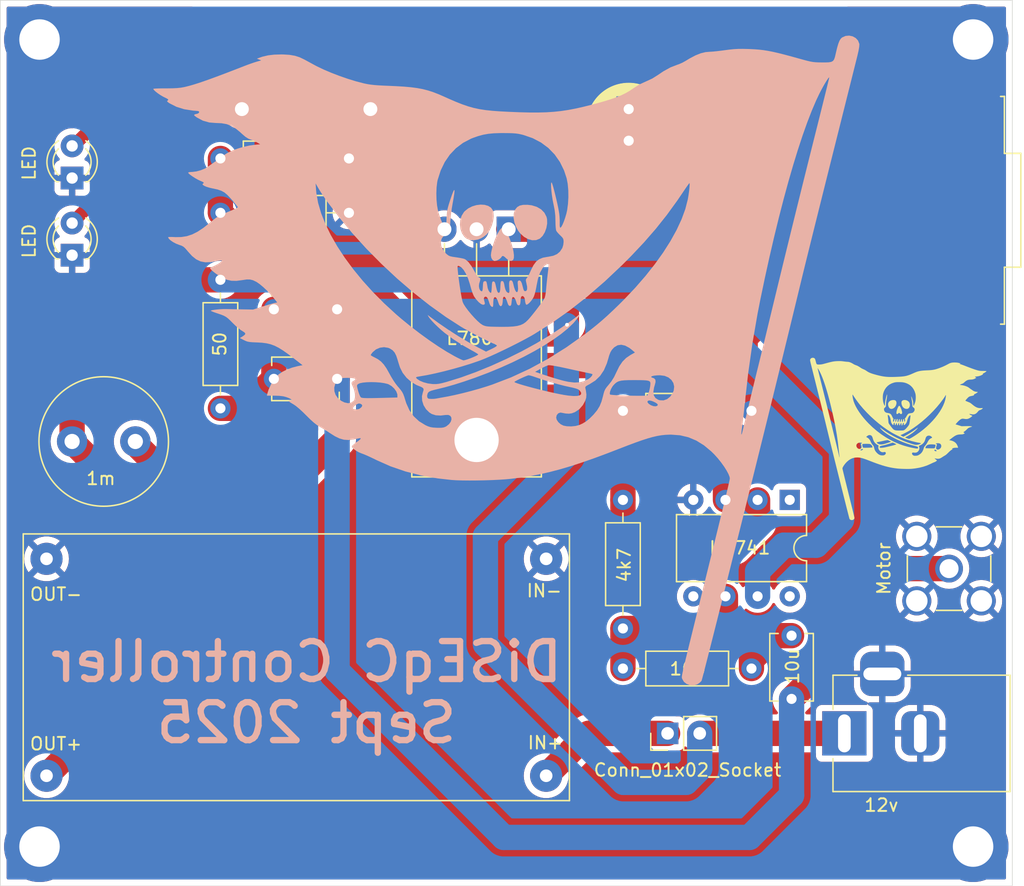
<source format=kicad_pcb>
(kicad_pcb (version 20240108) (generator "pcbnew") (generator_version "8.0")
  (layers (0 "F.Cu" signal) (31 "B.Cu" signal) (34 "B.Paste" user) (35 "F.Paste" user) (36 "B.SilkS" user "B.Silkscreen") (37 "F.SilkS" user "F.Silkscreen") (38 "B.Mask" user) (39 "F.Mask" user) (44 "Edge.Cuts" user))
  (net 0 "")
  (net 3 "GND")
  (net 8 "5v")
  (net 9 "Net-(A1-G8-LED)")
  (net 11 "3.3v")
  (net 15 "D0")
  (net 16 "Net-(J1-In)")
  (net 17 "12v")
  (net 18 "24v")
  (net 19 "Net-(U1-+)")
  (net 20 "Net-(U1--)")
  (net 21 "Net-(R4-Pad2)")
  (net 22 "Net-(C3-Pad2)")
  (net 23 "Net-(C4-Pad2)")
  (net 27 "Net-(A1-G9)")
  (net 28 "Net-(MOT_PWR1-Pin_1)")
  (net 29 "Net-(D1-A)")
  (footprint "MountingHole:MountingHole_3.2mm_M3_DIN965_Pad" (layer "F.Cu") (at 91.925 118.8)
    (property "Reference" "H4" (hide yes))
    (property "Value" "MountingHole_Pad" (hide yes))
    (pad "1" thru_hole circle (at 0 0) (size 5.6 5.6) (drill 3.2) (layers "*.Cu" "*.Mask") (net 3 "GND"))
  )
  (footprint "Diode_THT:D_DO-41_SOD81_P10.16mm_Horizontal" (layer "F.Cu") (at 118.08 60.5 180)
    (property "Reference" "D1" (hide yes))
    (property "Value" "1N5819" (hide yes))
    (pad "1" thru_hole rect (at 0 0 180) (size 2.2 2.2) (drill 1.1) (layers "*.Cu" "*.Mask") (net 8 "5v"))
    (pad "2" thru_hole oval (at 10.16 0 180) (size 2.2 2.2) (drill 1.1) (layers "*.Cu" "*.Mask") (net 29 "Net-(D1-A)"))
  )
  (footprint "Footprints:SMA_Conn" (layer "F.Cu") (at 163.825 96.825 -90)
    (property "Reference" "J1" (hide yes))
    (property "Value" "Motor" (at 0.000001 5.15 90) (layer "F.SilkS"))
    (pad "1" thru_hole circle (at 0 0 270) (size 2.2 2.2) (drill 1.5) (layers "*.Cu" "*.Mask") (net 16 "Net-(J1-In)"))
    (pad "2" thru_hole circle (at -2.55 -2.55 270) (size 2.3 2.3) (drill 1.7) (layers "*.Cu" "*.Mask") (net 3 "GND"))
    (pad "2" thru_hole circle (at -2.55 2.55 270) (size 2.3 2.3) (drill 1.7) (layers "*.Cu" "*.Mask") (net 3 "GND"))
    (pad "2" thru_hole circle (at 2.55 -2.55 270) (size 2.3 2.3) (drill 1.7) (layers "*.Cu" "*.Mask") (net 3 "GND"))
    (pad "2" thru_hole circle (at 2.55 2.55 270) (size 2.3 2.3) (drill 1.7) (layers "*.Cu" "*.Mask") (net 3 "GND"))
  )
  (footprint "Resistor_THT:R_Axial_DIN0207_L6.3mm_D2.5mm_P10.16mm_Horizontal" (layer "F.Cu") (at 148.205 84.35 180)
    (property "Reference" "R3" (hide yes))
    (property "Value" "4k7" (at 5.38 0 0) (layer "F.SilkS"))
    (pad "1" thru_hole circle (at 0 0 180) (size 1.6 1.6) (drill 0.8) (layers "*.Cu" "*.Mask") (net 15 "D0"))
    (pad "2" thru_hole oval (at 10.16 0 180) (size 1.6 1.6) (drill 0.8) (layers "*.Cu" "*.Mask") (net 20 "Net-(U1--)"))
  )
  (footprint "MountingHole:MountingHole_3.2mm_M3_DIN965_Pad" (layer "F.Cu") (at 91.925 55)
    (property "Reference" "H1" (hide yes))
    (property "Value" "MountingHole_Pad" (hide yes))
    (pad "1" thru_hole circle (at 0 0) (size 5.6 5.6) (drill 3.2) (layers "*.Cu" "*.Mask") (net 3 "GND"))
  )
  (footprint "Resistor_THT:R_Axial_DIN0207_L6.3mm_D2.5mm_P10.16mm_Horizontal" (layer "F.Cu") (at 106.225 73.995 -90)
    (property "Reference" "R6" (hide yes))
    (property "Value" "50" (at 5.08 0.05 90) (layer "F.SilkS"))
    (pad "1" thru_hole circle (at 0 0 270) (size 1.6 1.6) (drill 0.8) (layers "*.Cu" "*.Mask") (net 18 "24v"))
    (pad "2" thru_hole oval (at 10.16 0 270) (size 1.6 1.6) (drill 0.8) (layers "*.Cu" "*.Mask") (net 23 "Net-(C4-Pad2)"))
  )
  (footprint "MountingHole:MountingHole_3.2mm_M3_DIN965_Pad" (layer "F.Cu") (at 165.725 55)
    (property "Reference" "H3" (hide yes))
    (property "Value" "MountingHole_Pad" (hide yes))
    (pad "1" thru_hole circle (at 0 0) (size 5.6 5.6) (drill 3.2) (layers "*.Cu" "*.Mask") (net 3 "GND"))
  )
  (footprint "Resistor_THT:R_Axial_DIN0207_L6.3mm_D2.5mm_P10.16mm_Horizontal" (layer "F.Cu") (at 116.385 64.4 180)
    (property "Reference" "R1" (hide yes))
    (property "Value" "4k7" (at 5.105 0 0) (layer "F.SilkS"))
    (pad "1" thru_hole circle (at 0 0 180) (size 1.6 1.6) (drill 0.8) (layers "*.Cu" "*.Mask") (net 11 "3.3v"))
    (pad "2" thru_hole oval (at 10.16 0 180) (size 1.6 1.6) (drill 0.8) (layers "*.Cu" "*.Mask") (net 19 "Net-(U1-+)"))
  )
  (footprint "Package_DIP:DIP-8_W7.62mm" (layer "F.Cu") (at 151.23 91.395 -90)
    (property "Reference" "U1" (hide yes))
    (property "Value" "LM741" (at 3.795 3.945 0) (layer "F.SilkS"))
    (pad "1" thru_hole rect (at 0 0 270) (size 1.6 1.6) (drill 0.8) (layers "*.Cu" "*.Mask"))
    (pad "2" thru_hole oval (at 0 2.54 270) (size 1.6 1.6) (drill 0.8) (layers "*.Cu" "*.Mask") (net 20 "Net-(U1--)"))
    (pad "3" thru_hole oval (at 0 5.08 270) (size 1.6 1.6) (drill 0.8) (layers "*.Cu" "*.Mask") (net 19 "Net-(U1-+)"))
    (pad "4" thru_hole oval (at 0 7.62 270) (size 1.6 1.6) (drill 0.8) (layers "*.Cu" "*.Mask") (net 3 "GND"))
    (pad "5" thru_hole oval (at 7.62 7.62 270) (size 1.6 1.6) (drill 0.8) (layers "*.Cu" "*.Mask"))
    (pad "6" thru_hole oval (at 7.62 5.08 270) (size 1.6 1.6) (drill 0.8) (layers "*.Cu" "*.Mask") (net 21 "Net-(R4-Pad2)"))
    (pad "7" thru_hole oval (at 7.62 2.54 270) (size 1.6 1.6) (drill 0.8) (layers "*.Cu" "*.Mask") (net 18 "24v"))
    (pad "8" thru_hole oval (at 7.62 0 270) (size 1.6 1.6) (drill 0.8) (layers "*.Cu" "*.Mask"))
  )
  (footprint "Capacitor_THT:C_Disc_D5.1mm_W3.2mm_P5.00mm" (layer "F.Cu") (at 115.45 76.325 180)
    (property "Reference" "C4" (hide yes))
    (property "Value" "4.7n" (at 2.55 0.075 0) (layer "F.SilkS"))
    (pad "1" thru_hole circle (at 0 0 180) (size 1.6 1.6) (drill 0.8) (layers "*.Cu" "*.Mask") (net 16 "Net-(J1-In)"))
    (pad "2" thru_hole circle (at 5 0 180) (size 1.6 1.6) (drill 0.8) (layers "*.Cu" "*.Mask") (net 23 "Net-(C4-Pad2)"))
  )
  (footprint "Resistor_THT:R_Axial_DIN0207_L6.3mm_D2.5mm_P10.16mm_Horizontal" (layer "F.Cu") (at 138.045 104.725)
    (property "Reference" "R5" (hide yes))
    (property "Value" "100" (at 5.13 0.025 0) (layer "F.SilkS"))
    (pad "1" thru_hole circle (at 0 0) (size 1.6 1.6) (drill 0.8) (layers "*.Cu" "*.Mask") (net 21 "Net-(R4-Pad2)"))
    (pad "2" thru_hole oval (at 10.16 0) (size 1.6 1.6) (drill 0.8) (layers "*.Cu" "*.Mask") (net 22 "Net-(C3-Pad2)"))
  )
  (footprint "Footprints:PW BarrelJack" (layer "F.Cu") (at 155.55 109.85 180)
    (property "Reference" "PWR1" (hide yes))
    (property "Value" "Conn_01x02_Socket" (hide yes))
    (fp_text user "12v" (at -2.925 -5.675 180) (layer "F.SilkS"))
    (pad "1" thru_hole roundrect (at -6 0 180) (size 3 3.5) (drill oval 1 3) (layers "*.Cu" "*.Mask") (net 3 "GND"))
    (pad "1" thru_hole roundrect (at -3 4.7 180) (size 3.5 3.5) (drill oval 3 1) (layers "*.Cu" "*.Mask") (net 3 "GND"))
    (pad "2" thru_hole rect (at 0 0 180) (size 3.5 3.5) (drill oval 1 3) (layers "*.Cu" "*.Mask") (net 17 "12v"))
  )
  (footprint "Resistor_THT:R_Axial_DIN0207_L6.3mm_D2.5mm_P10.16mm_Horizontal" (layer "F.Cu") (at 116.385 68.7 180)
    (property "Reference" "R2" (hide yes))
    (property "Value" "4k7" (at 5.155 -0.025 0) (layer "F.SilkS"))
    (pad "1" thru_hole circle (at 0 0 180) (size 1.6 1.6) (drill 0.8) (layers "*.Cu" "*.Mask") (net 3 "GND"))
    (pad "2" thru_hole oval (at 10.16 0 180) (size 1.6 1.6) (drill 0.8) (layers "*.Cu" "*.Mask") (net 19 "Net-(U1-+)"))
  )
  (footprint "LED_THT:LED_D3.0mm" (layer "F.Cu") (at 94.5 65.95 90)
    (property "Reference" "LED_S1" (hide yes))
    (property "Value" "LED" (at 1.175 -3.4 90) (layer "F.SilkS"))
    (pad "1" thru_hole rect (at 0 0 90) (size 1.8 1.8) (drill 0.9) (layers "*.Cu" "*.Mask") (net 3 "GND"))
    (pad "2" thru_hole circle (at 2.54 0 90) (size 1.8 1.8) (drill 0.9) (layers "*.Cu" "*.Mask") (net 9 "Net-(A1-G8-LED)"))
  )
  (footprint "LED_THT:LED_D3.0mm" (layer "F.Cu") (at 94.5 72.05 90)
    (property "Reference" "LED_M1" (hide yes))
    (property "Value" "LED" (at 1.125 -3.4 90) (layer "F.SilkS"))
    (pad "1" thru_hole rect (at 0 0 90) (size 1.8 1.8) (drill 0.9) (layers "*.Cu" "*.Mask") (net 3 "GND"))
    (pad "2" thru_hole circle (at 2.54 0 90) (size 1.8 1.8) (drill 0.9) (layers "*.Cu" "*.Mask") (net 27 "Net-(A1-G9)"))
  )
  (footprint "Footprints:StepUp" (layer "F.Cu") (at 133.816 94.083 180)
    (property "Reference" "U3" (hide yes))
    (property "Value" "StepUp" (hide yes))
    (fp_text user "OUT-" (at 40.591 -4.767 0) (layer "F.SilkS"))
    (fp_text user "IN-" (at 1.991 -4.492 0) (layer "F.SilkS"))
    (fp_text user "IN+" (at 1.905 -16.51 0) (layer "F.SilkS"))
    (fp_text user "OUT+" (at 40.591 -16.592 0) (layer "F.SilkS"))
    (pad "1" thru_hole circle (at 1.8415 -19.1165 180) (size 2.54 2.54) (drill 1) (layers "*.Cu" "*.Mask") (net 28 "Net-(MOT_PWR1-Pin_1)"))
    (pad "2" thru_hole circle (at 1.8415 -1.9685 180) (size 2.54 2.54) (drill 1) (layers "*.Cu" "*.Mask") (net 3 "GND"))
    (pad "2" thru_hole circle (at 41.3385 -1.9685 180) (size 2.54 2.54) (drill 1) (layers "*.Cu" "*.Mask") (net 3 "GND"))
    (pad "3" thru_hole circle (at 41.3385 -19.1165 180) (size 2.54 2.54) (drill 1) (layers "*.Cu" "*.Mask") (net 18 "24v"))
  )
  (footprint "LOGO" (layer "F.Cu") (at 160 86.5)
    (property "Reference" "G***" (hide yes))
    (property "Value" "LOGO" (hide yes))
  )
  (footprint "Capacitor_THT:C_Disc_D5.1mm_W3.2mm_P5.00mm" (layer "F.Cu") (at 115.45 81.825 180)
    (property "Reference" "C5" (hide yes))
    (property "Value" "47n" (at 2.55 0.025 0) (layer "F.SilkS"))
    (pad "1" thru_hole circle (at 0 0 180) (size 1.6 1.6) (drill 0.8) (layers "*.Cu" "*.Mask") (net 16 "Net-(J1-In)"))
    (pad "2" thru_hole circle (at 5 0 180) (size 1.6 1.6) (drill 0.8) (layers "*.Cu" "*.Mask") (net 23 "Net-(C4-Pad2)"))
  )
  (footprint "Inductor_THT:L_Radial_D10.0mm_P5.00mm_Neosid_SD12k_style3" (layer "F.Cu") (at 94.5 86.775)
    (property "Reference" "L1" (hide yes))
    (property "Value" "1m" (at 2.275 2.925 0) (layer "F.SilkS"))
    (pad "1" thru_hole circle (at 0 0) (size 2.4 2.4) (drill 1.2) (layers "*.Cu" "*.Mask") (net 18 "24v"))
    (pad "2" thru_hole circle (at 5 0) (size 2.4 2.4) (drill 1.2) (layers "*.Cu" "*.Mask") (net 16 "Net-(J1-In)"))
  )
  (footprint "Resistor_THT:R_Axial_DIN0207_L6.3mm_D2.5mm_P10.16mm_Horizontal" (layer "F.Cu") (at 138.045 91.395 -90)
    (property "Reference" "R4" (hide yes))
    (property "Value" "4k7" (at 5.155 -0.1 90) (layer "F.SilkS"))
    (pad "1" thru_hole circle (at 0 0 270) (size 1.6 1.6) (drill 0.8) (layers "*.Cu" "*.Mask") (net 20 "Net-(U1--)"))
    (pad "2" thru_hole oval (at 10.16 0 270) (size 1.6 1.6) (drill 0.8) (layers "*.Cu" "*.Mask") (net 21 "Net-(R4-Pad2)"))
  )
  (footprint "Capacitor_THT:CP_Radial_D6.3mm_P2.50mm" (layer "F.Cu") (at 138.5 63 90)
    (property "Reference" "C1" (hide yes))
    (property "Value" "10u")
    (pad "1" thru_hole rect (at 0 0 90) (size 1.6 1.6) (drill 0.8) (layers "*.Cu" "*.Mask") (net 8 "5v"))
    (pad "2" thru_hole circle (at 2.5 0 90) (size 1.6 1.6) (drill 0.8) (layers "*.Cu" "*.Mask") (net 3 "GND"))
  )
  (footprint "Capacitor_THT:C_Disc_D5.1mm_W3.2mm_P5.00mm" (layer "F.Cu") (at 151.375 107.125 90)
    (property "Reference" "C3" (hide yes))
    (property "Value" "10u" (at 2.575 0.075 90) (layer "F.SilkS"))
    (pad "1" thru_hole circle (at 0 0 90) (size 1.6 1.6) (drill 0.8) (layers "*.Cu" "*.Mask") (net 16 "Net-(J1-In)"))
    (pad "2" thru_hole circle (at 5 0 90) (size 1.6 1.6) (drill 0.8) (layers "*.Cu" "*.Mask") (net 22 "Net-(C3-Pad2)"))
  )
  (footprint "Package_TO_SOT_THT:TO-220-3_Horizontal_TabDown" (layer "F.Cu") (at 129.015 69.995 180)
    (property "Reference" "U2" (hide yes))
    (property "Value" "L7805" (at 2.615 -8.63 0) (layer "F.SilkS"))
    (pad "" np_thru_hole oval (at 2.54 -16.66 180) (size 3.5 3.5) (drill 3.5) (layers "*.Cu" "*.Mask"))
    (pad "1" thru_hole rect (at 0 0 180) (size 1.905 2) (drill 1.1) (layers "*.Cu" "*.Mask") (net 17 "12v"))
    (pad "2" thru_hole oval (at 2.54 0 180) (size 1.905 2) (drill 1.1) (layers "*.Cu" "*.Mask") (net 3 "GND"))
    (pad "3" thru_hole oval (at 5.08 0 180) (size 1.905 2) (drill 1.1) (layers "*.Cu" "*.Mask") (net 29 "Net-(D1-A)"))
  )
  (footprint "Footprints:ESP32SuperMini_smd" (layer "F.Cu") (at 156.85 68.5 -90)
    (property "Reference" "A1" (hide yes))
    (property "Value" "ESP32 C3 SuperMini" (hide yes))
    (pad "1" smd rect (at -7.985 -9.9 270) (size 3.025 1.524) (layers "F.Cu" "F.Paste" "F.Mask"))
    (pad "2" smd rect (at -7.985 -7.36 270) (size 3.025 1.524) (layers "F.Cu" "F.Paste" "F.Mask"))
    (pad "3" smd rect (at -7.985 -4.82 270) (size 3.025 1.524) (layers "F.Cu" "F.Paste" "F.Mask"))
    (pad "4" smd rect (at -7.985 -2.28 270) (size 3.025 1.524) (layers "F.Cu" "F.Paste" "F.Mask") (net 9 "Net-(A1-G8-LED)"))
    (pad "5" smd rect (at -7.985 0.26 270) (size 3.025 1.524) (layers "F.Cu" "F.Paste" "F.Mask") (net 27 "Net-(A1-G9)"))
    (pad "6" smd rect (at -7.985 2.8 270) (size 3.025 1.524) (layers "F.Cu" "F.Paste" "F.Mask"))
    (pad "7" smd rect (at -7.985 5.34 270) (size 3.025 1.524) (layers "F.Cu" "F.Paste" "F.Mask"))
    (pad "8" smd rect (at -7.985 7.88 270) (size 3.025 1.524) (layers "F.Cu" "F.Paste" "F.Mask"))
    (pad "9" smd rect (at 7.985 -9.9 270) (size 3.025 1.524) (layers "F.Cu" "F.Paste" "F.Mask") (net 8 "5v"))
    (pad "10" smd rect (at 7.985 -7.36 270) (size 3.025 1.524) (layers "F.Cu" "F.Paste" "F.Mask") (net 3 "GND"))
    (pad "11" smd rect (at 7.985 -4.82 270) (size 3.025 1.524) (layers "F.Cu" "F.Paste" "F.Mask") (net 11 "3.3v"))
    (pad "12" smd rect (at 7.985 -2.28 270) (size 3.025 1.524) (layers "F.Cu" "F.Paste" "F.Mask"))
    (pad "13" smd rect (at 7.985 0.26 270) (size 3.025 1.524) (layers "F.Cu" "F.Paste" "F.Mask"))
    (pad "14" smd rect (at 7.985 2.8 270) (size 3.025 1.524) (layers "F.Cu" "F.Paste" "F.Mask"))
    (pad "15" smd rect (at 7.985 5.34 270) (size 3.025 1.524) (layers "F.Cu" "F.Paste" "F.Mask"))
    (pad "16" smd rect (at 7.985 7.88 270) (size 3.025 1.524) (layers "F.Cu" "F.Paste" "F.Mask") (net 15 "D0"))
  )
  (footprint "MountingHole:MountingHole_3.2mm_M3_DIN965_Pad" (layer "F.Cu") (at 165.725 118.8)
    (property "Reference" "H2" (hide yes))
    (property "Value" "MountingHole_Pad" (hide yes))
    (pad "1" thru_hole circle (at 0 0) (size 5.6 5.6) (drill 3.2) (layers "*.Cu" "*.Mask") (net 3 "GND"))
  )
  (footprint "Connector_PinHeader_2.54mm:PinHeader_1x02_P2.54mm_Vertical" (layer "F.Cu") (at 141.575 109.85 90)
    (property "Reference" "MOT_PWR1" (hide yes))
    (property "Value" "Conn_01x02_Socket" (at -2.9 1.575 180) (layer "F.SilkS"))
    (pad "1" thru_hole rect (at 0 0 90) (size 1.7 1.7) (drill 1) (layers "*.Cu" "*.Mask") (net 28 "Net-(MOT_PWR1-Pin_1)"))
    (pad "2" thru_hole oval (at 0 2.54 90) (size 1.7 1.7) (drill 1) (layers "*.Cu" "*.Mask") (net 17 "12v"))
  )
  (footprint "LOGO" (layer "B.Cu") (at 128.07429 80.075 180)
    (property "Reference" "G***" (hide yes))
    (property "Value" "LOGO" (hide yes))
  )
  (gr_rect (start 88.825 51.9) (end 168.825 121.9) (stroke (width 0.05)) (fill none) (layer "Edge.Cuts"))
  (gr_text "DiSEqC Controller\nSept 2025" (at 113.025 110.775 0) (layer "B.SilkS") (effects (font (size 3 3) (thickness 0.5) (bold yes)) (justify bottom mirror)))
  (segment (start 132.5 60.5) (end 135 63) (width 1) (layer "F.Cu") (net 8))
  (segment (start 159.375 66) (end 166.75 73.375) (width 1) (layer "F.Cu") (net 8))
  (segment (start 138.5 63) (end 141.5 66) (width 1) (layer "F.Cu") (net 8))
  (segment (start 135 63) (end 138.5 63) (width 1) (layer "F.Cu") (net 8))
  (segment (start 166.75 73.375) (end 166.75 76.485) (width 1) (layer "F.Cu") (net 8))
  (segment (start 120.08 60.5) (end 132.5 60.5) (width 1) (layer "F.Cu") (net 8))
  (segment (start 141.5 66) (end 159.375 66) (width 1) (layer "F.Cu") (net 8))
  (segment (start 159.13 57.355) (end 155.275 53.5) (width 1) (layer "F.Cu") (net 9))
  (segment (start 159.13 60.515) (end 159.13 57.355) (width 1) (layer "F.Cu") (net 9))
  (segment (start 94.615 63.41) (end 94.5 63.41) (width 1) (layer "F.Cu") (net 9))
  (segment (start 155.275 53.5) (end 104.525 53.5) (width 1) (layer "F.Cu") (net 9))
  (segment (start 104.525 53.5) (end 94.615 63.41) (width 1) (layer "F.Cu") (net 9))
  (segment (start 130.45 64.4) (end 135.875 69.825) (width 1) (layer "F.Cu") (net 11))
  (segment (start 161.67 73.72) (end 161.67 76.485) (width 1) (layer "F.Cu") (net 11))
  (segment (start 135.875 69.825) (end 157.775 69.825) (width 1) (layer "F.Cu") (net 11))
  (segment (start 116.385 64.4) (end 130.45 64.4) (width 1) (layer "F.Cu") (net 11))
  (segment (start 157.775 69.825) (end 161.67 73.72) (width 1) (layer "F.Cu") (net 11))
  (segment (start 148.205 78.795) (end 148.205 84.35) (width 1) (layer "F.Cu") (net 15))
  (segment (start 148.975 78.025) (end 148.205 78.795) (width 1) (layer "F.Cu") (net 15))
  (segment (start 148.97 76.485) (end 148.975 76.49) (width 1) (layer "F.Cu") (net 15))
  (segment (start 148.975 76.49) (end 148.975 78.025) (width 1) (layer "F.Cu") (net 15))
  (segment (start 115.45 86.55) (end 115.45 81.825) (width 2) (layer "F.Cu") (net 16))
  (segment (start 102.75 90.2) (end 111.8 90.2) (width 2) (layer "F.Cu") (net 16))
  (segment (start 154.9 103.6) (end 154.9 98.45) (width 2) (layer "F.Cu") (net 16))
  (segment (start 99.5 86.775) (end 99.5 86.95) (width 2) (layer "F.Cu") (net 16))
  (segment (start 151.375 107.125) (end 154.9 103.6) (width 2) (layer "F.Cu") (net 16))
  (segment (start 154.9 98.45) (end 156.525 96.825) (width 2) (layer "F.Cu") (net 16))
  (segment (start 111.8 90.2) (end 115.45 86.55) (width 2) (layer "F.Cu") (net 16))
  (segment (start 115.45 76.325) (end 115.45 81.825) (width 2) (layer "F.Cu") (net 16))
  (segment (start 99.5 86.95) (end 102.75 90.2) (width 2) (layer "F.Cu") (net 16))
  (segment (start 156.525 96.825) (end 163.825 96.825) (width 2) (layer "F.Cu") (net 16))
  (segment (start 115.45 81.825) (end 115.45 104.9) (width 2) (layer "B.Cu") (net 16))
  (segment (start 115.45 104.9) (end 128.625 118.075) (width 2) (layer "B.Cu") (net 16))
  (segment (start 151.375 114.75) (end 151.375 107.125) (width 2) (layer "B.Cu") (net 16))
  (segment (start 148.05 118.075) (end 151.375 114.75) (width 2) (layer "B.Cu") (net 16))
  (segment (start 128.625 118.075) (end 148.05 118.075) (width 2) (layer "B.Cu") (net 16))
  (segment (start 129.015 69.995) (end 130.845 69.995) (width 2) (layer "F.Cu") (net 17))
  (segment (start 155.55 109.85) (end 144.115 109.85) (width 2) (layer "F.Cu") (net 17))
  (segment (start 130.845 69.995) (end 133.575 72.725) (width 2) (layer "F.Cu") (net 17))
  (segment (start 133.575 72.725) (end 133.575 77.5) (width 2) (layer "F.Cu") (net 17))
  (via (at 133.625 77.55) (size 0.6) (drill 0.3) (layers "F.Cu" "B.Cu") (net 17))
  (segment (start 143.025 113.725) (end 144.115 112.635) (width 2) (layer "B.Cu") (net 17))
  (segment (start 127.175 102.8) (end 138.1 113.725) (width 2) (layer "B.Cu") (net 17))
  (segment (start 138.1 113.725) (end 143.025 113.725) (width 2) (layer "B.Cu") (net 17))
  (segment (start 127.175 94.25) (end 127.175 102.8) (width 2) (layer "B.Cu") (net 17))
  (segment (start 144.115 112.635) (end 144.115 109.85) (width 2) (layer "B.Cu") (net 17))
  (segment (start 133.575 87.85) (end 127.175 94.25) (width 2) (layer "B.Cu") (net 17))
  (segment (start 133.575 77.6) (end 133.575 87.85) (width 2) (layer "B.Cu") (net 17))
  (segment (start 106.225 73.995) (end 100.305 73.995) (width 2) (layer "F.Cu") (net 18))
  (segment (start 100.305 73.995) (end 94.5 79.8) (width 2) (layer "F.Cu") (net 18))
  (segment (start 94.5 79.8) (end 94.5 86.775) (width 2) (layer "F.Cu") (net 18))
  (segment (start 97.225 108.452) (end 97.225 89.5) (width 2) (layer "F.Cu") (net 18))
  (segment (start 97.225 89.5) (end 94.5 86.775) (width 2) (layer "F.Cu") (net 18))
  (segment (start 92.4775 113.1995) (end 97.225 108.452) (width 2) (layer "F.Cu") (net 18))
  (segment (start 148.69 97.035) (end 148.69 99.015) (width 2) (layer "B.Cu") (net 18))
  (segment (start 150.75 94.975) (end 148.69 97.035) (width 2) (layer "B.Cu") (net 18))
  (segment (start 155.325 87.35) (end 155.325 92.975) (width 2) (layer "B.Cu") (net 18))
  (segment (start 106.225 73.995) (end 141.97 73.995) (width 2) (layer "B.Cu") (net 18))
  (segment (start 153.325 94.975) (end 150.75 94.975) (width 2) (layer "B.Cu") (net 18))
  (segment (start 141.97 73.995) (end 155.325 87.35) (width 2) (layer "B.Cu") (net 18))
  (segment (start 155.325 92.975) (end 153.325 94.975) (width 2) (layer "B.Cu") (net 18))
  (segment (start 106.225 64.4) (end 106.225 68.7) (width 2) (layer "F.Cu") (net 19))
  (segment (start 110.05 72.525) (end 119.525 72.525) (width 2) (layer "F.Cu") (net 19))
  (segment (start 146.15 86.925) (end 146.15 91.395) (width 2) (layer "F.Cu") (net 19))
  (segment (start 106.225 68.7) (end 110.05 72.525) (width 2) (layer "F.Cu") (net 19))
  (segment (start 127.775 80.775) (end 140 80.775) (width 2) (layer "F.Cu") (net 19))
  (segment (start 140 80.775) (end 146.15 86.925) (width 2) (layer "F.Cu") (net 19))
  (segment (start 119.525 72.525) (end 127.775 80.775) (width 2) (layer "F.Cu") (net 19))
  (segment (start 146.825 95.025) (end 148.69 93.16) (width 2) (layer "F.Cu") (net 20))
  (segment (start 140.375 95.025) (end 146.825 95.025) (width 2) (layer "F.Cu") (net 20))
  (segment (start 148.69 93.16) (end 148.69 91.395) (width 2) (layer "F.Cu") (net 20))
  (segment (start 138.045 92.695) (end 140.375 95.025) (width 2) (layer "F.Cu") (net 20))
  (segment (start 138.045 84.35) (end 138.045 91.395) (width 2) (layer "F.Cu") (net 20))
  (segment (start 138.045 91.395) (end 138.045 92.695) (width 2) (layer "F.Cu") (net 20))
  (segment (start 146.15 100.14637) (end 144.74137 101.555) (width 2) (layer "F.Cu") (net 21))
  (segment (start 146.15 99.015) (end 146.15 100.14637) (width 2) (layer "F.Cu") (net 21))
  (segment (start 138.045 101.555) (end 138.045 104.725) (width 2) (layer "F.Cu") (net 21))
  (segment (start 144.74137 101.555) (end 138.045 101.555) (width 2) (layer "F.Cu") (net 21))
  (segment (start 150.125 102.125) (end 151.375 102.125) (width 2) (layer "F.Cu") (net 22))
  (segment (start 148.205 104.725) (end 148.205 104.045) (width 2) (layer "F.Cu") (net 22))
  (segment (start 148.205 104.045) (end 150.125 102.125) (width 2) (layer "F.Cu") (net 22))
  (segment (start 110.45 81.825) (end 108.12 84.155) (width 2) (layer "F.Cu") (net 23))
  (segment (start 107.73 84.155) (end 106.225 84.155) (width 2) (layer "F.Cu") (net 23))
  (segment (start 108.12 84.155) (end 107.73 84.155) (width 2) (layer "F.Cu") (net 23))
  (segment (start 110.45 76.325) (end 110.45 81.825) (width 2) (layer "F.Cu") (net 23))
  (segment (start 156.59 58.465) (end 153.125 55) (width 1) (layer "F.Cu") (net 27))
  (segment (start 98 66) (end 94.5 69.5) (width 1) (layer "F.Cu") (net 27))
  (segment (start 156.59 60.515) (end 156.59 58.465) (width 1) (layer "F.Cu") (net 27))
  (segment (start 153.125 55) (end 105 55) (width 1) (layer "F.Cu") (net 27))
  (segment (start 105 55) (end 98 62) (width 1) (layer "F.Cu") (net 27))
  (segment (start 98 62) (end 98 66) (width 1) (layer "F.Cu") (net 27))
  (segment (start 94.5 69.5) (end 94.5 69.51) (width 1) (layer "F.Cu") (net 27))
  (segment (start 135.324 109.85) (end 131.9745 113.1995) (width 2) (layer "F.Cu") (net 28))
  (segment (start 141.575 109.85) (end 135.324 109.85) (width 2) (layer "F.Cu") (net 28))
  (segment (start 123.935 69.995) (end 122.43 71.5) (width 1) (layer "B.Cu") (net 29))
  (segment (start 115 71.5) (end 109.92 66.42) (width 1) (layer "B.Cu") (net 29))
  (segment (start 109.92 66.42) (end 109.92 62.5) (width 1) (layer "B.Cu") (net 29))
  (segment (start 122.43 71.5) (end 115 71.5) (width 1) (layer "B.Cu") (net 29))
  (segment (start 109.92 62.5) (end 107.92 60.5) (width 1) (layer "B.Cu") (net 29))
  (zone (net 3) (net_name "GND") (layers "F&B.Cu") (connect_pads thru_hole_only (clearance 0.5)) (min_thickness 0.25) (fill yes (thermal_gap 0.5) (thermal_bridge_width 0.5))
    (polygon (pts (xy 88.825 51.9) (xy 168.825 51.9) (xy 168.825 121.9) (xy 88.825 121.9)))
  )
)
</source>
